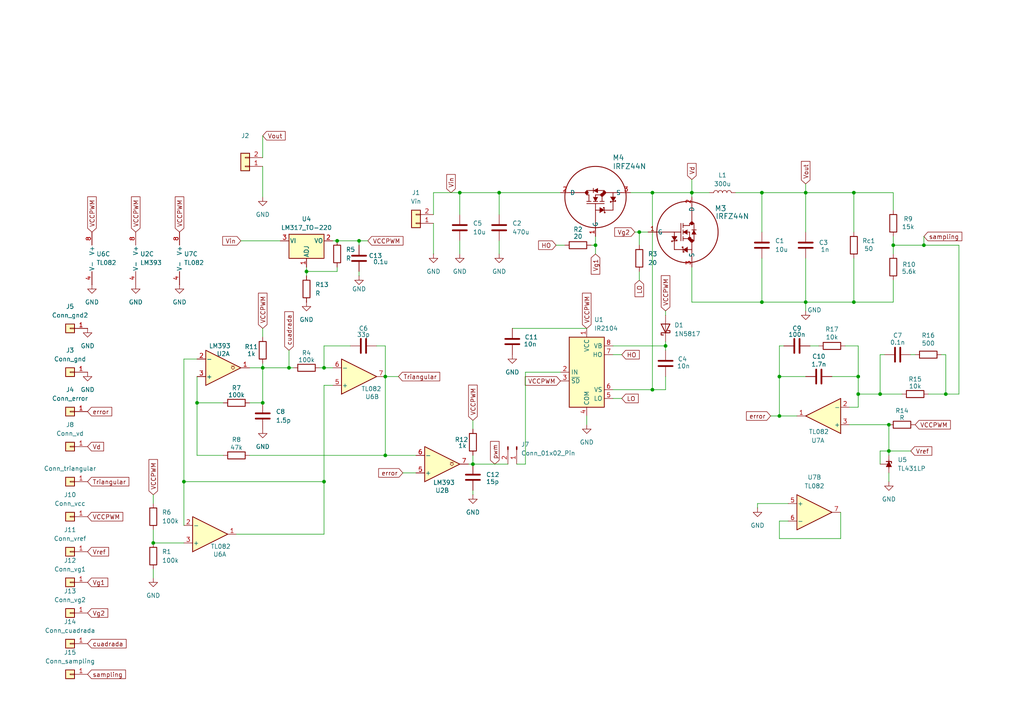
<source format=kicad_sch>
(kicad_sch (version 20250114) (generator "eeschema") (generator_version "9.0")
  (paper "A4")
  (lib_symbols
    (symbol "2025-06-13_22-28-41:IRFZ44N_127" (pin_names (offset 0.254))
      (property "Reference" "MOSFET" (at 16.51 1.905 0))
      (property "Value" "IRFZ44N_127" (at 16.51 -2.54 0))
      (symbol "IRFZ44N_127_0_1"
        (polyline (pts (xy 2.54 0) (xy 9.525 0)) (stroke (width 0.2032)))
        (polyline (pts (xy 6.858 -1.27) (xy 8.382 -1.27) (xy 7.62 -2.54)) (fill (type outline)))
        (polyline (pts (xy 6.858 -2.54) (xy 6.858 -2.794)) (stroke (width 0.2032)))
        (polyline (pts (xy 6.858 -2.54) (xy 8.382 -2.54)) (stroke (width 0.2032)))
        (polyline (pts (xy 6.858 -2.794) (xy 7.112 -2.794)) (stroke (width 0.2032)))
        (polyline (pts (xy 7.62 0) (xy 7.62 -1.27)) (stroke (width 0.2032)))
        (polyline (pts (xy 7.62 -2.54) (xy 7.62 -5.08)) (stroke (width 0.2032)))
        (polyline (pts (xy 7.62 -5.08) (xy 10.16 -5.08)) (stroke (width 0.2032)))
        (polyline (pts (xy 8.382 -2.286) (xy 8.128 -2.286)) (stroke (width 0.2032)))
        (polyline (pts (xy 8.382 -2.54) (xy 8.382 -2.286)) (stroke (width 0.2032)))
        (polyline (pts (xy 9.525 -2.54) (xy 9.525 2.54)) (stroke (width 0.2032)))
        (polyline (pts (xy 9.906 -4.318) (xy 9.906 -4.572)) (stroke (width 0.2032)))
        (polyline (pts (xy 10.16 1.905) (xy 12.065 1.905)) (stroke (width 0.2032)))
        (polyline (pts (xy 10.16 1.27) (xy 10.16 2.54)) (stroke (width 0.2032)))
        (polyline (pts (xy 10.16 -0.635) (xy 10.16 0.635)) (stroke (width 0.2032)))
        (polyline (pts (xy 10.16 -1.905) (xy 12.065 -1.905)) (stroke (width 0.2032)))
        (polyline (pts (xy 10.16 -2.54) (xy 10.16 -1.27)) (stroke (width 0.2032)))
        (polyline (pts (xy 10.16 -4.318) (xy 9.906 -4.318)) (stroke (width 0.2032)))
        (polyline (pts (xy 10.16 -4.318) (xy 10.16 -5.842)) (stroke (width 0.2032)))
        (polyline (pts (xy 10.16 -5.842) (xy 10.414 -5.842)) (stroke (width 0.2032)))
        (polyline (pts (xy 10.414 -5.842) (xy 10.414 -5.588)) (stroke (width 0.2032)))
        (polyline (pts (xy 11.43 0.635) (xy 10.16 0) (xy 11.43 -0.635)) (fill (type outline)))
        (polyline (pts (xy 11.43 0) (xy 12.065 0)) (stroke (width 0.2032)))
        (circle (center 11.43 0) (radius 8.89) (stroke (width 0.254)))
        (polyline (pts (xy 11.43 -4.318) (xy 11.43 -5.842) (xy 10.16 -5.08)) (fill (type outline)))
        (polyline (pts (xy 11.43 -5.08) (xy 12.7 -5.08)) (stroke (width 0.2032)))
        (polyline (pts (xy 12.065 2.54) (xy 13.335 2.54)) (stroke (width 0.2032)))
        (polyline (pts (xy 12.065 1.905) (xy 12.065 2.54)) (stroke (width 0.2032)))
        (circle (center 12.065 -1.905) (radius 0.0254) (stroke (width 0.508)))
        (polyline (pts (xy 12.065 -2.54) (xy 12.065 0)) (stroke (width 0.2032)))
        (polyline (pts (xy 12.065 -2.54) (xy 13.335 -2.54)) (stroke (width 0.2032)))
        (polyline (pts (xy 12.7 2.54) (xy 12.7 7.62)) (stroke (width 0.2032)))
        (circle (center 12.7 2.54) (radius 0.0254) (stroke (width 0.508)))
        (circle (center 12.7 -2.54) (radius 0.0254) (stroke (width 0.508)))
        (polyline (pts (xy 12.7 -7.62) (xy 12.7 -2.54)) (stroke (width 0.2032)))
        (polyline (pts (xy 13.335 0.635) (xy 13.335 2.54)) (stroke (width 0.2032)))
        (polyline (pts (xy 13.335 -2.54) (xy 13.335 -0.635)) (stroke (width 0.2032)))
        (polyline (pts (xy 13.97 0.635) (xy 12.7 0.635)) (stroke (width 0.2032)))
        (polyline (pts (xy 13.97 -0.635) (xy 12.7 -0.635) (xy 13.335 0.635)) (fill (type outline)))
        (pin unspecified line (at 0 0 0) (length 2.54) (name "G") (number "1"))
        (pin unspecified line (at 12.7 10.16 270) (length 2.54) (name "D") (number "2"))
        (pin unspecified line (at 12.7 -10.16 90) (length 2.54) (name "S") (number "3"))
      )
    )
    (symbol "Amplifier_Operational:TL082" (pin_names (offset 0.127))
      (property "Reference" "U" (at 0 5.08 0))
      (property "Value" "TL082" (at 0 -5.08 0))
      (symbol "TL082_1_1"
        (polyline (pts (xy -5.08 5.08) (xy 5.08 0) (xy -5.08 -5.08) (xy -5.08 5.08)) (stroke (width 0.254)) (fill (type background)))
        (pin input line (at -7.62 2.54 0) (length 2.54) (name "+") (number "3"))
        (pin input line (at -7.62 -2.54 0) (length 2.54) (name "-") (number "2"))
        (pin output line (at 7.62 0 180) (length 2.54) (name "~") (number "1"))
      )
      (symbol "TL082_2_1"
        (polyline (pts (xy -5.08 5.08) (xy 5.08 0) (xy -5.08 -5.08) (xy -5.08 5.08)) (stroke (width 0.254)) (fill (type background)))
        (pin input line (at -7.62 2.54 0) (length 2.54) (name "+") (number "5"))
        (pin input line (at -7.62 -2.54 0) (length 2.54) (name "-") (number "6"))
        (pin output line (at 7.62 0 180) (length 2.54) (name "~") (number "7"))
      )
      (symbol "TL082_3_1"
        (pin power_in line (at -2.54 7.62 270) (length 3.81) (name "V+") (number "8"))
        (pin power_in line (at -2.54 -7.62 90) (length 3.81) (name "V-") (number "4"))
      )
    )
    (symbol "Comparator:LM393" (pin_names (offset 0.127))
      (property "Reference" "U" (at 3.81 3.81 0))
      (property "Value" "LM393" (at 6.35 -3.81 0))
      (symbol "LM393_1_1"
        (polyline (pts (xy -5.08 5.08) (xy 5.08 0) (xy -5.08 -5.08) (xy -5.08 5.08)) (stroke (width 0.254)) (fill (type background)))
        (polyline (pts (xy 3.302 -0.508) (xy 2.794 -0.508) (xy 3.302 0) (xy 2.794 0.508) (xy 2.286 0) (xy 2.794 -0.508) (xy 2.286 -0.508)) (stroke (width 0.127)))
        (pin input line (at -7.62 2.54 0) (length 2.54) (name "+") (number "3"))
        (pin input line (at -7.62 -2.54 0) (length 2.54) (name "-") (number "2"))
        (pin open_collector line (at 7.62 0 180) (length 2.54) (name "~") (number "1"))
      )
      (symbol "LM393_2_1"
        (polyline (pts (xy -5.08 5.08) (xy 5.08 0) (xy -5.08 -5.08) (xy -5.08 5.08)) (stroke (width 0.254)) (fill (type background)))
        (polyline (pts (xy 3.302 -0.508) (xy 2.794 -0.508) (xy 3.302 0) (xy 2.794 0.508) (xy 2.286 0) (xy 2.794 -0.508) (xy 2.286 -0.508)) (stroke (width 0.127)))
        (pin input line (at -7.62 2.54 0) (length 2.54) (name "+") (number "5"))
        (pin input line (at -7.62 -2.54 0) (length 2.54) (name "-") (number "6"))
        (pin open_collector line (at 7.62 0 180) (length 2.54) (name "~") (number "7"))
      )
      (symbol "LM393_3_1"
        (pin power_in line (at -2.54 7.62 270) (length 3.81) (name "V+") (number "8"))
        (pin power_in line (at -2.54 -7.62 90) (length 3.81) (name "V-") (number "4"))
      )
    )
    (symbol "Connector:Conn_01x02_Pin" (pin_names (offset 1.016) (hide yes))
      (property "Reference" "J" (at 0 2.54 0))
      (property "Value" "Conn_01x02_Pin" (at 0 -5.08 0))
      (symbol "Conn_01x02_Pin_1_1"
        (rectangle (start 0.8636 0.127) (end 0 -0.127) (stroke (width 0.1524)) (fill (type outline)))
        (rectangle (start 0.8636 -2.413) (end 0 -2.667) (stroke (width 0.1524)) (fill (type outline)))
        (polyline (pts (xy 1.27 0) (xy 0.8636 0)) (stroke (width 0.1524)))
        (polyline (pts (xy 1.27 -2.54) (xy 0.8636 -2.54)) (stroke (width 0.1524)))
        (pin passive line (at 5.08 0 180) (length 3.81) (name "Pin_1") (number "1"))
        (pin passive line (at 5.08 -2.54 180) (length 3.81) (name "Pin_2") (number "2"))
      )
    )
    (symbol "Connector_Generic:Conn_01x01" (pin_names (offset 1.016) (hide yes))
      (property "Reference" "J" (at 0 2.54 0))
      (property "Value" "Conn_01x01" (at 0 -2.54 0))
      (symbol "Conn_01x01_1_1"
        (rectangle (start -1.27 1.27) (end 1.27 -1.27) (stroke (width 0.254)) (fill (type background)))
        (rectangle (start -1.27 0.127) (end 0 -0.127) (stroke (width 0.1524)))
        (pin passive line (at -5.08 0 0) (length 3.81) (name "Pin_1") (number "1"))
      )
    )
    (symbol "Connector_Generic:Conn_01x02" (pin_names (offset 1.016) (hide yes))
      (property "Reference" "J" (at 0 2.54 0))
      (property "Value" "Conn_01x02" (at 0 -5.08 0))
      (symbol "Conn_01x02_1_1"
        (rectangle (start -1.27 1.27) (end 1.27 -3.81) (stroke (width 0.254)) (fill (type background)))
        (rectangle (start -1.27 0.127) (end 0 -0.127) (stroke (width 0.1524)))
        (rectangle (start -1.27 -2.413) (end 0 -2.667) (stroke (width 0.1524)))
        (pin passive line (at -5.08 0 0) (length 3.81) (name "Pin_1") (number "1"))
        (pin passive line (at -5.08 -2.54 0) (length 3.81) (name "Pin_2") (number "2"))
      )
    )
    (symbol "Device:C" (pin_numbers (hide yes)) (pin_names (offset 0.254))
      (property "Reference" "C" (at 0.635 2.54 0))
      (property "Value" "C" (at 0.635 -2.54 0))
      (symbol "C_0_1"
        (polyline (pts (xy -2.032 0.762) (xy 2.032 0.762)) (stroke (width 0.508)))
        (polyline (pts (xy -2.032 -0.762) (xy 2.032 -0.762)) (stroke (width 0.508)))
      )
      (symbol "C_1_1"
        (pin passive line (at 0 3.81 270) (length 2.794) (name "~") (number "1"))
        (pin passive line (at 0 -3.81 90) (length 2.794) (name "~") (number "2"))
      )
    )
    (symbol "Device:L" (pin_numbers (hide yes)) (pin_names (offset 1.016) (hide yes))
      (property "Reference" "L" (at -1.27 0 90))
      (property "Value" "L" (at 1.905 0 90))
      (symbol "L_0_1"
        (arc (start 0 2.54) (mid 0.6323 1.905) (end 0 1.27))
        (arc (start 0 1.27) (mid 0.6323 0.635) (end 0 0))
        (arc (start 0 0) (mid 0.6323 -0.635) (end 0 -1.27))
        (arc (start 0 -1.27) (mid 0.6323 -1.905) (end 0 -2.54))
      )
      (symbol "L_1_1"
        (pin passive line (at 0 3.81 270) (length 1.27) (name "1") (number "1"))
        (pin passive line (at 0 -3.81 90) (length 1.27) (name "2") (number "2"))
      )
    )
    (symbol "Device:R" (pin_numbers (hide yes)) (pin_names (offset 0))
      (property "Reference" "R" (at 2.032 0 90))
      (property "Value" "R" (at 0 0 90))
      (symbol "R_0_1"
        (rectangle (start -1.016 -2.54) (end 1.016 2.54) (stroke (width 0.254)))
      )
      (symbol "R_1_1"
        (pin passive line (at 0 3.81 270) (length 1.27) (name "~") (number "1"))
        (pin passive line (at 0 -3.81 90) (length 1.27) (name "~") (number "2"))
      )
    )
    (symbol "Diode:1N5817" (pin_numbers (hide yes)) (pin_names (offset 1.016) (hide yes))
      (property "Reference" "D" (at 0 2.54 0))
      (property "Value" "1N5817" (at 0 -2.54 0))
      (symbol "1N5817_0_1"
        (polyline (pts (xy -1.905 0.635) (xy -1.905 1.27) (xy -1.27 1.27) (xy -1.27 -1.27) (xy -0.635 -1.27) (xy -0.635 -0.635)) (stroke (width 0.254)))
        (polyline (pts (xy 1.27 1.27) (xy 1.27 -1.27) (xy -1.27 0) (xy 1.27 1.27)) (stroke (width 0.254)))
        (polyline (pts (xy 1.27 0) (xy -1.27 0)))
      )
      (symbol "1N5817_1_1"
        (pin passive line (at -3.81 0 0) (length 2.54) (name "K") (number "1"))
        (pin passive line (at 3.81 0 180) (length 2.54) (name "A") (number "2"))
      )
    )
    (symbol "Driver_FET:IR2104"
      (property "Reference" "U" (at 1.27 13.335 0))
      (property "Value" "IR2104" (at 1.27 11.43 0))
      (symbol "IR2104_0_1"
        (rectangle (start -5.08 -10.16) (end 5.08 10.16) (stroke (width 0.254)) (fill (type background)))
      )
      (symbol "IR2104_1_1"
        (pin input line (at -7.62 0 0) (length 2.54) (name "IN") (number "2"))
        (pin input line (at -7.62 -2.54 0) (length 2.54) (name "~{SD}") (number "3"))
        (pin power_in line (at 0 12.7 270) (length 2.54) (name "VCC") (number "1"))
        (pin power_in line (at 0 -12.7 90) (length 2.54) (name "COM") (number "4"))
        (pin passive line (at 7.62 7.62 180) (length 2.54) (name "VB") (number "8"))
        (pin output line (at 7.62 5.08 180) (length 2.54) (name "HO") (number "7"))
        (pin passive line (at 7.62 -5.08 180) (length 2.54) (name "VS") (number "6"))
        (pin output line (at 7.62 -7.62 180) (length 2.54) (name "LO") (number "5"))
      )
    )
    (symbol "Reference_Voltage:TL431LP" (pin_numbers (hide yes)) (pin_names (hide yes))
      (property "Reference" "U" (at -2.54 2.54 0))
      (property "Value" "TL431LP" (at 0 -2.54 0))
      (symbol "TL431LP_0_1"
        (polyline (pts (xy -1.27 0) (xy 0 0) (xy 1.27 0)))
        (polyline (pts (xy -0.762 -0.762) (xy -0.762 0.762) (xy 0.762 0) (xy -0.762 -0.762)) (fill (type outline)))
        (polyline (pts (xy 0.254 -0.762) (xy 0.762 -0.762) (xy 0.762 0.762) (xy 0.762 0.762)) (stroke (width 0.254)))
      )
      (symbol "TL431LP_1_1"
        (pin passive line (at -2.54 0 0) (length 2.54) (name "A") (number "2"))
        (pin passive line (at 0 2.54 270) (length 2.54) (name "REF") (number "1"))
        (pin passive line (at 2.54 0 180) (length 2.54) (name "K") (number "3"))
      )
    )
    (symbol "Regulator_Linear:LM317_TO-220" (pin_names (offset 0.254))
      (property "Reference" "U" (at -3.81 3.175 0))
      (property "Value" "LM317_TO-220" (at 0 3.175 0))
      (symbol "LM317_TO-220_0_1"
        (rectangle (start -5.08 1.905) (end 5.08 -5.08) (stroke (width 0.254)) (fill (type background)))
      )
      (symbol "LM317_TO-220_1_1"
        (pin power_in line (at -7.62 0 0) (length 2.54) (name "VI") (number "3"))
        (pin input line (at 0 -7.62 90) (length 2.54) (name "ADJ") (number "1"))
        (pin power_out line (at 7.62 0 180) (length 2.54) (name "VO") (number "2"))
      )
    )
    (symbol "power:GND" (power) (pin_numbers (hide yes)) (pin_names (offset 0) (hide yes))
      (property "Value" "GND" (at 0 -3.81 0))
      (symbol "GND_0_1"
        (polyline (pts (xy 0 0) (xy 0 -1.27) (xy 1.27 -1.27) (xy 0 -2.54) (xy -1.27 -1.27) (xy 0 -1.27)))
      )
      (symbol "GND_1_1"
        (pin power_in line (at 0 0 270) (length 0) (name "~") (number "1"))
      )
    )
  )
  (junction (at 76.2 106.68))
  (junction (at 104.14 69.85))
  (junction (at 189.23 55.88))
  (junction (at 200.66 55.88))
  (junction (at 93.98 139.7))
  (junction (at 257.81 123.19))
  (junction (at 226.06 120.65))
  (junction (at 247.65 87.63))
  (junction (at 274.32 114.3))
  (junction (at 97.79 69.85))
  (junction (at 57.15 116.84))
  (junction (at 44.45 157.48))
  (junction (at 53.34 139.7))
  (junction (at 133.35 55.88))
  (junction (at 233.68 55.88))
  (junction (at 93.98 106.68))
  (junction (at 233.68 87.63))
  (junction (at 248.92 114.3))
  (junction (at 257.81 130.81))
  (junction (at 255.27 114.3))
  (junction (at 226.06 109.22))
  (junction (at 185.42 67.31))
  (junction (at 259.08 71.12))
  (junction (at 137.16 134.62))
  (junction (at 88.9 78.74))
  (junction (at 248.92 109.22))
  (junction (at 111.76 132.08))
  (junction (at 220.98 55.88))
  (junction (at 111.76 109.22))
  (junction (at 189.23 113.03))
  (junction (at 172.72 71.12))
  (junction (at 267.97 71.12))
  (junction (at 193.04 100.33))
  (junction (at 247.65 55.88))
  (junction (at 144.78 55.88))
  (junction (at 83.82 106.68))
  (junction (at 220.98 87.63))
  (junction (at 76.2 116.84))
  (wire (pts (xy 93.98 111.76) (xy 93.98 139.7)))
  (wire (pts (xy 137.16 121.92) (xy 137.16 124.46)))
  (wire (pts (xy 226.06 109.22) (xy 233.68 109.22)))
  (wire (pts (xy 243.84 156.21) (xy 243.84 148.59)))
  (wire (pts (xy 144.78 69.85) (xy 144.78 73.66)))
  (wire (pts (xy 193.04 100.33) (xy 193.04 101.6)))
  (wire (pts (xy 133.35 55.88) (xy 144.78 55.88)))
  (wire (pts (xy 220.98 55.88) (xy 220.98 67.31)))
  (wire (pts (xy 247.65 74.93) (xy 247.65 87.63)))
  (wire (pts (xy 247.65 55.88) (xy 247.65 67.31)))
  (wire (pts (xy 72.39 106.68) (xy 76.2 106.68)))
  (wire (pts (xy 226.06 109.22) (xy 226.06 120.65)))
  (wire (pts (xy 72.39 132.08) (xy 111.76 132.08)))
  (wire (pts (xy 278.13 71.12) (xy 278.13 114.3)))
  (wire (pts (xy 53.34 104.14) (xy 57.15 104.14)))
  (wire (pts (xy 233.68 55.88) (xy 233.68 67.31)))
  (wire (pts (xy 257.81 123.19) (xy 246.38 123.19)))
  (wire (pts (xy 133.35 55.88) (xy 133.35 62.23)))
  (wire (pts (xy 273.05 102.87) (xy 274.32 102.87)))
  (wire (pts (xy 220.98 87.63) (xy 200.66 87.63)))
  (wire (pts (xy 57.15 109.22) (xy 57.15 116.84)))
  (wire (pts (xy 93.98 111.76) (xy 96.52 111.76)))
  (wire (pts (xy 267.97 68.58) (xy 267.97 71.12)))
  (wire (pts (xy 44.45 157.48) (xy 53.34 157.48)))
  (wire (pts (xy 111.76 109.22) (xy 115.57 109.22)))
  (wire (pts (xy 193.04 90.17) (xy 193.04 91.44)))
  (wire (pts (xy 248.92 100.33) (xy 245.11 100.33)))
  (wire (pts (xy 76.2 105.41) (xy 76.2 106.68)))
  (wire (pts (xy 88.9 78.74) (xy 88.9 80.01)))
  (wire (pts (xy 109.22 100.33) (xy 111.76 100.33)))
  (wire (pts (xy 226.06 120.65) (xy 223.52 120.65)))
  (wire (pts (xy 57.15 116.84) (xy 57.15 132.08)))
  (wire (pts (xy 68.58 154.94) (xy 93.98 154.94)))
  (wire (pts (xy 76.2 106.68) (xy 76.2 116.84)))
  (wire (pts (xy 171.45 71.12) (xy 172.72 71.12)))
  (wire (pts (xy 234.95 100.33) (xy 237.49 100.33)))
  (wire (pts (xy 259.08 68.58) (xy 259.08 71.12)))
  (wire (pts (xy 255.27 134.62) (xy 255.27 130.81)))
  (wire (pts (xy 189.23 55.88) (xy 200.66 55.88)))
  (wire (pts (xy 152.4 107.95) (xy 162.56 107.95)))
  (wire (pts (xy 259.08 71.12) (xy 267.97 71.12)))
  (wire (pts (xy 161.29 71.12) (xy 163.83 71.12)))
  (wire (pts (xy 137.16 134.62) (xy 147.32 134.62)))
  (wire (pts (xy 116.84 137.16) (xy 120.65 137.16)))
  (wire (pts (xy 76.2 106.68) (xy 83.82 106.68)))
  (wire (pts (xy 106.68 69.85) (xy 104.14 69.85)))
  (wire (pts (xy 259.08 55.88) (xy 259.08 60.96)))
  (wire (pts (xy 233.68 55.88) (xy 247.65 55.88)))
  (wire (pts (xy 144.78 55.88) (xy 162.56 55.88)))
  (wire (pts (xy 248.92 109.22) (xy 241.3 109.22)))
  (wire (pts (xy 226.06 100.33) (xy 227.33 100.33)))
  (wire (pts (xy 259.08 71.12) (xy 259.08 73.66)))
  (wire (pts (xy 200.66 52.07) (xy 200.66 55.88)))
  (wire (pts (xy 274.32 102.87) (xy 274.32 114.3)))
  (wire (pts (xy 247.65 55.88) (xy 259.08 55.88)))
  (wire (pts (xy 233.68 87.63) (xy 247.65 87.63)))
  (wire (pts (xy 226.06 156.21) (xy 243.84 156.21)))
  (wire (pts (xy 267.97 71.12) (xy 278.13 71.12)))
  (wire (pts (xy 189.23 113.03) (xy 193.04 113.03)))
  (wire (pts (xy 69.85 69.85) (xy 81.28 69.85)))
  (wire (pts (xy 269.24 114.3) (xy 274.32 114.3)))
  (wire (pts (xy 228.6 151.13) (xy 226.06 151.13)))
  (wire (pts (xy 76.2 57.15) (xy 76.2 48.26)))
  (wire (pts (xy 220.98 87.63) (xy 233.68 87.63)))
  (wire (pts (xy 125.73 55.88) (xy 125.73 62.23)))
  (wire (pts (xy 185.42 67.31) (xy 187.96 67.31)))
  (wire (pts (xy 144.78 55.88) (xy 144.78 62.23)))
  (wire (pts (xy 149.86 134.62) (xy 152.4 134.62)))
  (wire (pts (xy 200.66 55.88) (xy 205.74 55.88)))
  (wire (pts (xy 257.81 130.81) (xy 257.81 132.08)))
  (wire (pts (xy 264.16 102.87) (xy 265.43 102.87)))
  (wire (pts (xy 185.42 67.31) (xy 185.42 71.12)))
  (wire (pts (xy 255.27 102.87) (xy 255.27 114.3)))
  (wire (pts (xy 93.98 100.33) (xy 93.98 106.68)))
  (wire (pts (xy 180.34 115.57) (xy 177.8 115.57)))
  (wire (pts (xy 220.98 55.88) (xy 233.68 55.88)))
  (wire (pts (xy 135.89 134.62) (xy 137.16 134.62)))
  (wire (pts (xy 256.54 102.87) (xy 255.27 102.87)))
  (wire (pts (xy 248.92 109.22) (xy 248.92 114.3)))
  (wire (pts (xy 177.8 113.03) (xy 189.23 113.03)))
  (wire (pts (xy 44.45 143.51) (xy 44.45 146.05)))
  (wire (pts (xy 44.45 153.67) (xy 44.45 157.48)))
  (wire (pts (xy 257.81 130.81) (xy 264.16 130.81)))
  (wire (pts (xy 228.6 146.05) (xy 219.71 146.05)))
  (wire (pts (xy 57.15 116.84) (xy 64.77 116.84)))
  (wire (pts (xy 93.98 100.33) (xy 101.6 100.33)))
  (wire (pts (xy 177.8 100.33) (xy 193.04 100.33)))
  (wire (pts (xy 137.16 132.08) (xy 137.16 134.62)))
  (wire (pts (xy 92.71 106.68) (xy 93.98 106.68)))
  (wire (pts (xy 57.15 132.08) (xy 64.77 132.08)))
  (wire (pts (xy 248.92 114.3) (xy 255.27 114.3)))
  (wire (pts (xy 226.06 100.33) (xy 226.06 109.22)))
  (wire (pts (xy 231.14 120.65) (xy 226.06 120.65)))
  (wire (pts (xy 248.92 114.3) (xy 248.92 118.11)))
  (wire (pts (xy 255.27 130.81) (xy 257.81 130.81)))
  (wire (pts (xy 200.66 77.47) (xy 200.66 87.63)))
  (wire (pts (xy 180.34 102.87) (xy 177.8 102.87)))
  (wire (pts (xy 247.65 87.63) (xy 259.08 87.63)))
  (wire (pts (xy 193.04 99.06) (xy 193.04 100.33)))
  (wire (pts (xy 72.39 116.84) (xy 76.2 116.84)))
  (wire (pts (xy 185.42 78.74) (xy 185.42 81.28)))
  (wire (pts (xy 189.23 55.88) (xy 189.23 113.03)))
  (wire (pts (xy 233.68 87.63) (xy 233.68 74.93)))
  (wire (pts (xy 125.73 73.66) (xy 125.73 64.77)))
  (wire (pts (xy 96.52 69.85) (xy 97.79 69.85)))
  (wire (pts (xy 53.34 139.7) (xy 93.98 139.7)))
  (wire (pts (xy 170.18 123.19) (xy 170.18 120.65)))
  (wire (pts (xy 76.2 95.25) (xy 76.2 97.79)))
  (wire (pts (xy 88.9 78.74) (xy 97.79 78.74)))
  (wire (pts (xy 104.14 80.01) (xy 104.14 78.74)))
  (wire (pts (xy 96.52 106.68) (xy 93.98 106.68)))
  (wire (pts (xy 193.04 109.22) (xy 193.04 113.03)))
  (wire (pts (xy 248.92 100.33) (xy 248.92 109.22)))
  (wire (pts (xy 76.2 39.37) (xy 76.2 45.72)))
  (wire (pts (xy 137.16 143.51) (xy 137.16 142.24)))
  (wire (pts (xy 246.38 118.11) (xy 248.92 118.11)))
  (wire (pts (xy 220.98 74.93) (xy 220.98 87.63)))
  (wire (pts (xy 182.88 55.88) (xy 189.23 55.88)))
  (wire (pts (xy 148.59 95.25) (xy 170.18 95.25)))
  (wire (pts (xy 213.36 55.88) (xy 220.98 55.88)))
  (wire (pts (xy 184.15 67.31) (xy 185.42 67.31)))
  (wire (pts (xy 219.71 146.05) (xy 219.71 147.32)))
  (wire (pts (xy 111.76 132.08) (xy 120.65 132.08)))
  (wire (pts (xy 133.35 69.85) (xy 133.35 73.66)))
  (wire (pts (xy 226.06 151.13) (xy 226.06 156.21)))
  (wire (pts (xy 255.27 114.3) (xy 261.62 114.3)))
  (wire (pts (xy 257.81 123.19) (xy 257.81 130.81)))
  (wire (pts (xy 172.72 73.66) (xy 172.72 71.12)))
  (wire (pts (xy 259.08 81.28) (xy 259.08 87.63)))
  (wire (pts (xy 44.45 165.1) (xy 44.45 167.64)))
  (wire (pts (xy 93.98 139.7) (xy 93.98 154.94)))
  (wire (pts (xy 133.35 55.88) (xy 125.73 55.88)))
  (wire (pts (xy 233.68 87.63) (xy 233.68 90.17)))
  (wire (pts (xy 172.72 71.12) (xy 172.72 68.58)))
  (wire (pts (xy 257.81 139.7) (xy 257.81 137.16)))
  (wire (pts (xy 53.34 139.7) (xy 53.34 104.14)))
  (wire (pts (xy 274.32 114.3) (xy 278.13 114.3)))
  (wire (pts (xy 233.68 53.34) (xy 233.68 55.88)))
  (wire (pts (xy 83.82 106.68) (xy 85.09 106.68)))
  (wire (pts (xy 83.82 101.6) (xy 83.82 106.68)))
  (wire (pts (xy 53.34 139.7) (xy 53.34 152.4)))
  (wire (pts (xy 200.66 55.88) (xy 200.66 57.15)))
  (wire (pts (xy 111.76 100.33) (xy 111.76 109.22)))
  (wire (pts (xy 97.79 78.74) (xy 97.79 77.47)))
  (wire (pts (xy 88.9 77.47) (xy 88.9 78.74)))
  (wire (pts (xy 111.76 109.22) (xy 111.76 132.08)))
  (wire (pts (xy 97.79 69.85) (xy 104.14 69.85)))
  (wire (pts (xy 152.4 107.95) (xy 152.4 134.62)))
  (wire (pts (xy 104.14 71.12) (xy 104.14 69.85)))
  (global_label "Vref" (shape input) (at 25.4 160.02 0) (property "Intersheetrefs" "${INTERSHEET_REFS}" (effects (hide yes))))
  (global_label "VCCPWM" (shape input) (at 265.43 123.19 0) (property "Intersheetrefs" "${INTERSHEET_REFS}" (effects (hide yes))))
  (global_label "sampling" (shape input) (at 25.4 195.58 0) (property "Intersheetrefs" "${INTERSHEET_REFS}" (effects (hide yes))))
  (global_label "HO" (shape input) (at 161.29 71.12 180) (property "Intersheetrefs" "${INTERSHEET_REFS}" (effects (hide yes))))
  (global_label "VCCPWM" (shape input) (at 193.04 90.17 90) (property "Intersheetrefs" "${INTERSHEET_REFS}" (effects (hide yes))))
  (global_label "Vout" (shape input) (at 233.68 53.34 90) (property "Intersheetrefs" "${INTERSHEET_REFS}" (effects (hide yes))))
  (global_label "VCCPWM" (shape input) (at 162.56 110.49 180) (property "Intersheetrefs" "${INTERSHEET_REFS}" (effects (hide yes))))
  (global_label "VCCPWM" (shape input) (at 52.07 67.31 90) (property "Intersheetrefs" "${INTERSHEET_REFS}" (effects (hide yes))))
  (global_label "sampling" (shape input) (at 267.97 68.58 0) (property "Intersheetrefs" "${INTERSHEET_REFS}" (effects (hide yes))))
  (global_label "VCCPWM" (shape input) (at 170.18 95.25 90) (property "Intersheetrefs" "${INTERSHEET_REFS}" (effects (hide yes))))
  (global_label "Vd" (shape input) (at 25.4 129.54 0) (property "Intersheetrefs" "${INTERSHEET_REFS}" (effects (hide yes))))
  (global_label "LO" (shape input) (at 180.34 115.57 0) (property "Intersheetrefs" "${INTERSHEET_REFS}" (effects (hide yes))))
  (global_label "Vg2" (shape input) (at 25.4 177.8 0) (property "Intersheetrefs" "${INTERSHEET_REFS}" (effects (hide yes))))
  (global_label "error" (shape input) (at 25.4 119.38 0) (property "Intersheetrefs" "${INTERSHEET_REFS}" (effects (hide yes))))
  (global_label "cuadrada" (shape input) (at 25.4 186.69 0) (property "Intersheetrefs" "${INTERSHEET_REFS}" (effects (hide yes))))
  (global_label "Vd" (shape input) (at 200.66 52.07 90) (property "Intersheetrefs" "${INTERSHEET_REFS}" (effects (hide yes))))
  (global_label "Vg1" (shape input) (at 172.72 73.66 270) (property "Intersheetrefs" "${INTERSHEET_REFS}" (effects (hide yes))))
  (global_label "VCCPWM" (shape input) (at 137.16 121.92 90) (property "Intersheetrefs" "${INTERSHEET_REFS}" (effects (hide yes))))
  (global_label "Triangular" (shape input) (at 25.4 139.7 0) (property "Intersheetrefs" "${INTERSHEET_REFS}" (effects (hide yes))))
  (global_label "Vin" (shape input) (at 130.81 55.88 90) (property "Intersheetrefs" "${INTERSHEET_REFS}" (effects (hide yes))))
  (global_label "VCCPWM" (shape input) (at 76.2 95.25 90) (property "Intersheetrefs" "${INTERSHEET_REFS}" (effects (hide yes))))
  (global_label "HO" (shape input) (at 180.34 102.87 0) (property "Intersheetrefs" "${INTERSHEET_REFS}" (effects (hide yes))))
  (global_label "VCCPWM" (shape input) (at 26.67 67.31 90) (property "Intersheetrefs" "${INTERSHEET_REFS}" (effects (hide yes))))
  (global_label "VCCPWM" (shape input) (at 25.4 149.86 0) (property "Intersheetrefs" "${INTERSHEET_REFS}" (effects (hide yes))))
  (global_label "pwm" (shape input) (at 143.51 134.62 90) (property "Intersheetrefs" "${INTERSHEET_REFS}" (effects (hide yes))))
  (global_label "Vg2" (shape input) (at 184.15 67.31 180) (property "Intersheetrefs" "${INTERSHEET_REFS}" (effects (hide yes))))
  (global_label "Vref" (shape input) (at 264.16 130.81 0) (property "Intersheetrefs" "${INTERSHEET_REFS}" (effects (hide yes))))
  (global_label "VCCPWM" (shape input) (at 44.45 143.51 90) (property "Intersheetrefs" "${INTERSHEET_REFS}" (effects (hide yes))))
  (global_label "LO" (shape input) (at 185.42 81.28 270) (property "Intersheetrefs" "${INTERSHEET_REFS}" (effects (hide yes))))
  (global_label "Triangular" (shape input) (at 115.57 109.22 0) (property "Intersheetrefs" "${INTERSHEET_REFS}" (effects (hide yes))))
  (global_label "error" (shape input) (at 116.84 137.16 180) (property "Intersheetrefs" "${INTERSHEET_REFS}" (effects (hide yes))))
  (global_label "error" (shape input) (at 223.52 120.65 180) (property "Intersheetrefs" "${INTERSHEET_REFS}" (effects (hide yes))))
  (global_label "Vout" (shape input) (at 76.2 39.37 0) (property "Intersheetrefs" "${INTERSHEET_REFS}" (effects (hide yes))))
  (global_label "Vg1" (shape input) (at 25.4 168.91 0) (property "Intersheetrefs" "${INTERSHEET_REFS}" (effects (hide yes))))
  (global_label "Vin" (shape input) (at 69.85 69.85 180) (property "Intersheetrefs" "${INTERSHEET_REFS}" (effects (hide yes))))
  (global_label "VCCPWM" (shape input) (at 106.68 69.85 0) (property "Intersheetrefs" "${INTERSHEET_REFS}" (effects (hide yes))))
  (global_label "VCCPWM" (shape input) (at 39.37 67.31 90) (property "Intersheetrefs" "${INTERSHEET_REFS}" (effects (hide yes))))
  (global_label "cuadrada" (shape input) (at 83.82 101.6 90) (property "Intersheetrefs" "${INTERSHEET_REFS}" (effects (hide yes))))
  (symbol (lib_id "Device:R") (at 185.42 74.93 180) (unit 1)
    (property "Reference" "R3" (at 187.96 73.6599 0) (effects (justify right)))
    (property "Value" "20" (at 187.96 76.1999 0) (effects (justify right)))
    (property "Footprint" "Resistor_THT:R_Axial_DIN0204_L3.6mm_D1.6mm_P7.62mm_Horizontal" (effects (hide yes)))
    (property "Description" "Resistor" (effects (hide yes)))
  )
  (symbol (lib_id "Device:C") (at 104.14 74.93 0) (unit 1)
    (property "Reference" "C13" (at 106.934 74.168 0) (effects (justify left)))
    (property "Value" "0.1u" (at 108.204 75.946 0) (effects (justify left)))
    (property "Footprint" "Capacitor_THT:C_Disc_D4.3mm_W1.9mm_P5.00mm" (effects (hide yes)))
    (property "Description" "Unpolarized capacitor" (effects (hide yes)))
  )
  (symbol (lib_id "Connector_Generic:Conn_01x01") (at 20.32 149.86 180) (unit 1)
    (property "Reference" "J10" (at 20.32 143.51 0))
    (property "Value" "Conn_vcc" (at 20.32 146.05 0))
    (property "Footprint" "Connector_PinHeader_2.54mm:PinHeader_1x01_P2.54mm_Vertical" (effects (hide yes)))
    (property "Description" "Generic connector, single row, 01x01, script generated (kicad-library-utils/schlib/autogen/connector/)" (effects (hide yes)))
  )
  (symbol (lib_id "2025-06-13_22-28-41:IRFZ44N_127") (at 187.96 67.31 0) (unit 1)
    (property "Reference" "M3" (at 207.264 60.452 0) (effects (font (size 1.524 1.524)) (justify left)))
    (property "Value" "IRFZ44N" (at 207.518 62.738 0) (effects (font (size 1.524 1.524)) (justify left)))
    (property "Footprint" "Package_TO_SOT_THT:TO-220-3_Vertical" (effects (hide yes)))
    (property "Datasheet" "IRFZ44N_127" (effects (hide yes)))
  )
  (symbol (lib_id "Diode:1N5817") (at 193.04 95.25 90) (unit 1)
    (property "Reference" "D1" (at 195.58 94.2974 90) (effects (justify right)))
    (property "Value" "1N5817" (at 195.58 96.8374 90) (effects (justify right)))
    (property "Footprint" "Diode_THT:D_DO-41_SOD81_P10.16mm_Horizontal" (effects (hide yes)))
    (property "Datasheet" "http://www.vishay.com/docs/88525/1n5817.pdf" (effects (hide yes)))
    (property "Description" "20V 1A Schottky Barrier Rectifier Diode, DO-41" (effects (hide yes)))
  )
  (symbol (lib_id "Device:R") (at 265.43 114.3 90) (unit 1)
    (property "Reference" "R15" (at 265.43 109.982 90))
    (property "Value" "10k" (at 265.43 112.014 90))
    (property "Footprint" "Resistor_THT:R_Axial_DIN0204_L3.6mm_D1.6mm_P7.62mm_Horizontal" (effects (hide yes)))
    (property "Description" "Resistor" (effects (hide yes)))
  )
  (symbol (lib_id "Connector_Generic:Conn_01x01") (at 20.32 95.25 180) (unit 1)
    (property "Reference" "J5" (at 20.32 88.9 0))
    (property "Value" "Conn_gnd2" (at 20.32 91.44 0))
    (property "Footprint" "Connector_PinHeader_2.54mm:PinHeader_1x01_P2.54mm_Vertical" (effects (hide yes)))
    (property "Description" "Generic connector, single row, 01x01, script generated (kicad-library-utils/schlib/autogen/connector/)" (effects (hide yes)))
  )
  (symbol (lib_id "Comparator:LM393") (at 64.77 106.68 0) (mirror x) (unit 1)
    (property "Reference" "U2" (at 64.77 102.616 0))
    (property "Value" "LM393" (at 63.754 100.33 0))
    (property "Footprint" "Package_DIP:DIP-8_W7.62mm" (effects (hide yes)))
    (property "Datasheet" "http://www.ti.com/lit/ds/symlink/lm393.pdf" (effects (hide yes)))
    (property "Description" "Low-Power, Low-Offset Voltage, Dual Comparators, DIP-8/SOIC-8/TO-99-8" (effects (hide yes)))
  )
  (symbol (lib_id "Connector_Generic:Conn_01x01") (at 20.32 107.95 180) (unit 1)
    (property "Reference" "J3" (at 20.32 101.6 0))
    (property "Value" "Conn_gnd" (at 20.32 104.14 0))
    (property "Footprint" "Connector_PinHeader_2.54mm:PinHeader_1x01_P2.54mm_Vertical" (effects (hide yes)))
    (property "Description" "Generic connector, single row, 01x01, script generated (kicad-library-utils/schlib/autogen/connector/)" (effects (hide yes)))
  )
  (symbol (lib_id "Device:C") (at 233.68 71.12 0) (unit 1)
    (property "Reference" "C3" (at 237.49 70.358 0) (effects (justify left)))
    (property "Value" "1n" (at 237.998 72.39 0) (effects (justify left)))
    (property "Footprint" "Capacitor_THT:C_Disc_D4.3mm_W1.9mm_P5.00mm" (effects (hide yes)))
    (property "Description" "Unpolarized capacitor" (effects (hide yes)))
  )
  (symbol (lib_id "2025-06-13_22-28-41:IRFZ44N_127") (at 172.72 68.58 90) (unit 1)
    (property "Reference" "M4" (at 181.102 45.72 90) (effects (font (size 1.524 1.524)) (justify left)))
    (property "Value" "IRFZ44N" (at 187.452 48.26 90) (effects (font (size 1.524 1.524)) (justify left)))
    (property "Footprint" "Package_TO_SOT_THT:TO-220-3_Vertical" (effects (hide yes)))
    (property "Datasheet" "IRFZ44N_127" (effects (hide yes)))
  )
  (symbol (lib_id "Device:R") (at 76.2 101.6 180) (unit 1)
    (property "Reference" "R11" (at 72.898 100.584 0))
    (property "Value" "1k" (at 72.898 102.616 0))
    (property "Footprint" "Resistor_THT:R_Axial_DIN0204_L3.6mm_D1.6mm_P7.62mm_Horizontal" (effects (hide yes)))
    (property "Description" "Resistor" (effects (hide yes)))
  )
  (symbol (lib_id "Amplifier_Operational:TL082") (at 236.22 148.59 0) (unit 2)
    (property "Reference" "U7" (at 236.22 138.43 0))
    (property "Value" "TL082" (at 236.22 140.97 0))
    (property "Footprint" "Package_DIP:DIP-8_W7.62mm" (effects (hide yes)))
    (property "Datasheet" "http://www.ti.com/lit/ds/symlink/tl081.pdf" (effects (hide yes)))
    (property "Description" "Dual JFET-Input Operational Amplifiers, DIP-8/SOIC-8/SSOP-8" (effects (hide yes)))
  )
  (symbol (lib_id "Driver_FET:IR2104") (at 170.18 107.95 0) (unit 1)
    (property "Reference" "U1" (at 172.3233 92.71 0) (effects (justify left)))
    (property "Value" "IR2104" (at 172.3233 95.25 0) (effects (justify left)))
    (property "Footprint" "Package_DIP:DIP-8_W7.62mm" (effects (hide yes)))
    (property "Datasheet" "https://www.infineon.com/dgdl/ir2104.pdf?fileId=5546d462533600a4015355c7c1c31671" (effects (hide yes)))
    (property "Description" "Half-Bridge Driver, 600V, 210/360mA, PDIP-8/SOIC-8" (effects (hide yes)))
  )
  (symbol (lib_id "power:GND") (at 233.68 90.17 0) (unit 1)
    (property "Reference" "#PWR014" (effects (hide yes)))
    (property "Value" "GND" (at 236.22 89.916 0))
    (property "Description" "Power symbol creates a global label with name \"GND\" , ground" (effects (hide yes)))
  )
  (symbol (lib_id "Device:C") (at 76.2 120.65 0) (unit 1)
    (property "Reference" "C8" (at 80.01 119.3799 0) (effects (justify left)))
    (property "Value" "1.5p" (at 80.01 121.9199 0) (effects (justify left)))
    (property "Footprint" "Capacitor_THT:C_Disc_D4.3mm_W1.9mm_P5.00mm" (effects (hide yes)))
    (property "Description" "Unpolarized capacitor" (effects (hide yes)))
  )
  (symbol (lib_id "power:GND") (at 144.78 73.66 0) (unit 1)
    (property "Reference" "#PWR013" (effects (hide yes)))
    (property "Value" "GND" (at 144.78 78.74 0))
    (property "Description" "Power symbol creates a global label with name \"GND\" , ground" (effects (hide yes)))
  )
  (symbol (lib_id "Device:C") (at 193.04 105.41 0) (unit 1)
    (property "Reference" "C4" (at 196.596 104.14 0) (effects (justify left)))
    (property "Value" "10n" (at 196.342 106.172 0) (effects (justify left)))
    (property "Footprint" "Capacitor_THT:C_Disc_D4.3mm_W1.9mm_P5.00mm" (effects (hide yes)))
    (property "Description" "Unpolarized capacitor" (effects (hide yes)))
  )
  (symbol (lib_id "power:GND") (at 44.45 167.64 0) (unit 1)
    (property "Reference" "#PWR01" (effects (hide yes)))
    (property "Value" "GND" (at 44.45 172.72 0))
    (property "Description" "Power symbol creates a global label with name \"GND\" , ground" (effects (hide yes)))
  )
  (symbol (lib_id "Connector_Generic:Conn_01x01") (at 20.32 129.54 180) (unit 1)
    (property "Reference" "J8" (at 20.32 123.19 0))
    (property "Value" "Conn_vd" (at 20.32 125.73 0))
    (property "Footprint" "Connector_PinHeader_2.54mm:PinHeader_1x01_P2.54mm_Vertical" (effects (hide yes)))
    (property "Description" "Generic connector, single row, 01x01, script generated (kicad-library-utils/schlib/autogen/connector/)" (effects (hide yes)))
  )
  (symbol (lib_id "Amplifier_Operational:TL082") (at 60.96 154.94 0) (mirror x) (unit 1)
    (property "Reference" "U6" (at 63.754 160.782 0))
    (property "Value" "TL082" (at 64.008 158.496 0))
    (property "Footprint" "Package_DIP:DIP-8_W7.62mm" (effects (hide yes)))
    (property "Datasheet" "http://www.ti.com/lit/ds/symlink/tl081.pdf" (effects (hide yes)))
    (property "Description" "Dual JFET-Input Operational Amplifiers, DIP-8/SOIC-8/SSOP-8" (effects (hide yes)))
  )
  (symbol (lib_id "Device:R") (at 44.45 161.29 0) (unit 1)
    (property "Reference" "R1" (at 46.99 160.0199 0) (effects (justify left)))
    (property "Value" "100k" (at 46.99 162.5599 0) (effects (justify left)))
    (property "Footprint" "Resistor_THT:R_Axial_DIN0204_L3.6mm_D1.6mm_P7.62mm_Horizontal" (effects (hide yes)))
    (property "Description" "Resistor" (effects (hide yes)))
  )
  (symbol (lib_id "Amplifier_Operational:TL082") (at 238.76 120.65 180) (unit 1)
    (property "Reference" "U7" (at 237.236 127.762 0))
    (property "Value" "TL082" (at 237.49 125.222 0))
    (property "Footprint" "Package_DIP:DIP-8_W7.62mm" (effects (hide yes)))
    (property "Datasheet" "http://www.ti.com/lit/ds/symlink/tl081.pdf" (effects (hide yes)))
    (property "Description" "Dual JFET-Input Operational Amplifiers, DIP-8/SOIC-8/SSOP-8" (effects (hide yes)))
  )
  (symbol (lib_id "Connector_Generic:Conn_01x01") (at 20.32 160.02 180) (unit 1)
    (property "Reference" "J11" (at 20.32 153.67 0))
    (property "Value" "Conn_vref" (at 20.32 156.21 0))
    (property "Footprint" "Connector_PinHeader_2.54mm:PinHeader_1x01_P2.54mm_Vertical" (effects (hide yes)))
    (property "Description" "Generic connector, single row, 01x01, script generated (kicad-library-utils/schlib/autogen/connector/)" (effects (hide yes)))
  )
  (symbol (lib_id "Amplifier_Operational:TL082") (at 54.61 74.93 0) (unit 3)
    (property "Reference" "U7" (at 53.34 73.6599 0) (effects (justify left)))
    (property "Value" "TL082" (at 53.34 76.1999 0) (effects (justify left)))
    (property "Footprint" "Package_DIP:DIP-8_W7.62mm" (effects (hide yes)))
    (property "Datasheet" "http://www.ti.com/lit/ds/symlink/tl081.pdf" (effects (hide yes)))
    (property "Description" "Dual JFET-Input Operational Amplifiers, DIP-8/SOIC-8/SSOP-8" (effects (hide yes)))
  )
  (symbol (lib_id "power:GND") (at 148.59 102.87 0) (unit 1)
    (property "Reference" "#PWR019" (effects (hide yes)))
    (property "Value" "GND" (at 148.59 107.95 0))
    (property "Description" "Power symbol creates a global label with name \"GND\" , ground" (effects (hide yes)))
  )
  (symbol (lib_id "Device:C") (at 231.14 100.33 90) (unit 1)
    (property "Reference" "C9" (at 231.14 95.25 90))
    (property "Value" "100n" (at 231.14 97.028 90))
    (property "Footprint" "Capacitor_THT:C_Disc_D4.3mm_W1.9mm_P5.00mm" (effects (hide yes)))
    (property "Description" "Unpolarized capacitor" (effects (hide yes)))
  )
  (symbol (lib_id "Connector_Generic:Conn_01x01") (at 20.32 168.91 180) (unit 1)
    (property "Reference" "J12" (at 20.32 162.56 0))
    (property "Value" "Conn_vg1" (at 20.32 165.1 0))
    (property "Footprint" "Connector_PinHeader_2.54mm:PinHeader_1x01_P2.54mm_Vertical" (effects (hide yes)))
    (property "Description" "Generic connector, single row, 01x01, script generated (kicad-library-utils/schlib/autogen/connector/)" (effects (hide yes)))
  )
  (symbol (lib_id "power:GND") (at 76.2 57.15 0) (unit 1)
    (property "Reference" "#PWR016" (effects (hide yes)))
    (property "Value" "GND" (at 76.2 62.23 0))
    (property "Description" "Power symbol creates a global label with name \"GND\" , ground" (effects (hide yes)))
  )
  (symbol (lib_id "Regulator_Linear:LM317_TO-220") (at 88.9 69.85 0) (unit 1)
    (property "Reference" "U4" (at 88.9 63.5 0))
    (property "Value" "LM317_TO-220" (at 88.9 66.04 0))
    (property "Footprint" "Package_TO_SOT_THT:TO-220-3_Vertical" (effects (hide yes)))
    (property "Datasheet" "http://www.ti.com/lit/ds/symlink/lm317.pdf" (effects (hide yes)))
    (property "Description" "1.5A 35V Adjustable Linear Regulator, TO-220" (effects (hide yes)))
  )
  (symbol (lib_id "Connector_Generic:Conn_01x01") (at 20.32 139.7 180) (unit 1)
    (property "Reference" "J6" (effects (hide yes)))
    (property "Value" "Conn_triangular" (at 20.32 135.89 0))
    (property "Footprint" "Connector_PinHeader_2.54mm:PinHeader_1x01_P2.54mm_Vertical" (effects (hide yes)))
    (property "Description" "Generic connector, single row, 01x01, script generated (kicad-library-utils/schlib/autogen/connector/)" (effects (hide yes)))
  )
  (symbol (lib_id "Device:R") (at 68.58 132.08 90) (unit 1)
    (property "Reference" "R8" (at 68.58 127.508 90))
    (property "Value" "47k" (at 68.58 129.794 90))
    (property "Footprint" "Resistor_THT:R_Axial_DIN0204_L3.6mm_D1.6mm_P7.62mm_Horizontal" (effects (hide yes)))
    (property "Description" "Resistor" (effects (hide yes)))
  )
  (symbol (lib_id "power:GND") (at 133.35 73.66 0) (unit 1)
    (property "Reference" "#PWR011" (effects (hide yes)))
    (property "Value" "GND" (at 133.35 78.74 0))
    (property "Description" "Power symbol creates a global label with name \"GND\" , ground" (effects (hide yes)))
  )
  (symbol (lib_id "Device:R") (at 137.16 128.27 180) (unit 1)
    (property "Reference" "R12" (at 133.858 127.508 0))
    (property "Value" "1k" (at 134.112 129.286 0))
    (property "Footprint" "Resistor_THT:R_Axial_DIN0204_L3.6mm_D1.6mm_P7.62mm_Horizontal" (effects (hide yes)))
    (property "Description" "Resistor" (effects (hide yes)))
  )
  (symbol (lib_id "Device:R") (at 259.08 77.47 180) (unit 1)
    (property "Reference" "R10" (at 263.652 76.708 0))
    (property "Value" "5.6k" (at 263.652 78.74 0))
    (property "Footprint" "Resistor_THT:R_Axial_DIN0204_L3.6mm_D1.6mm_P7.62mm_Horizontal" (effects (hide yes)))
    (property "Description" "Resistor" (effects (hide yes)))
  )
  (symbol (lib_id "Device:R") (at 269.24 102.87 90) (unit 1)
    (property "Reference" "R16" (at 269.24 97.282 90))
    (property "Value" "500" (at 269.24 99.568 90))
    (property "Footprint" "Resistor_THT:R_Axial_DIN0204_L3.6mm_D1.6mm_P7.62mm_Horizontal" (effects (hide yes)))
    (property "Description" "Resistor" (effects (hide yes)))
  )
  (symbol (lib_id "Device:R") (at 97.79 73.66 180) (unit 1)
    (property "Reference" "R5" (at 100.33 72.3899 0) (effects (justify right)))
    (property "Value" "R" (at 100.33 74.9299 0) (effects (justify right)))
    (property "Footprint" "Resistor_THT:R_Axial_DIN0204_L3.6mm_D1.6mm_P7.62mm_Horizontal" (effects (hide yes)))
    (property "Description" "Resistor" (effects (hide yes)))
  )
  (symbol (lib_id "Device:C") (at 137.16 138.43 0) (unit 1)
    (property "Reference" "C12" (at 140.97 137.668 0) (effects (justify left)))
    (property "Value" "15p" (at 140.97 139.6999 0) (effects (justify left)))
    (property "Footprint" "Capacitor_THT:C_Disc_D4.3mm_W1.9mm_P5.00mm" (effects (hide yes)))
    (property "Description" "Unpolarized capacitor" (effects (hide yes)))
  )
  (symbol (lib_id "Reference_Voltage:TL431LP") (at 257.81 134.62 90) (unit 1)
    (property "Reference" "U5" (at 260.35 133.3499 90) (effects (justify right)))
    (property "Value" "TL431LP" (at 260.35 135.8899 90) (effects (justify right)))
    (property "Footprint" "Package_TO_SOT_THT:TO-92_Inline_Wide" (effects (hide yes)))
    (property "Datasheet" "http://www.ti.com/lit/ds/symlink/tl431.pdf" (effects (hide yes)))
    (property "Description" "Shunt Regulator, TO-92" (effects (hide yes)))
  )
  (symbol (lib_id "Device:C") (at 220.98 71.12 0) (unit 1)
    (property "Reference" "C1" (at 224.79 69.8499 0) (effects (justify left)))
    (property "Value" "10u" (at 224.79 72.3899 0) (effects (justify left)))
    (property "Footprint" "Capacitor_THT:C_Disc_D4.3mm_W1.9mm_P5.00mm" (effects (hide yes)))
    (property "Description" "Unpolarized capacitor" (effects (hide yes)))
  )
  (symbol (lib_id "power:GND") (at 257.81 139.7 0) (unit 1)
    (property "Reference" "#PWR09" (effects (hide yes)))
    (property "Value" "GND" (at 257.81 144.78 0))
    (property "Description" "Power symbol creates a global label with name \"GND\" , ground" (effects (hide yes)))
  )
  (symbol (lib_id "Device:L") (at 209.55 55.88 90) (unit 1)
    (property "Reference" "L1" (at 209.55 50.8 90))
    (property "Value" "300u" (at 209.55 53.34 90))
    (property "Footprint" "inductor:Untitled" (effects (hide yes)))
    (property "Description" "Inductor" (effects (hide yes)))
  )
  (symbol (lib_id "Connector_Generic:Conn_01x01") (at 20.32 186.69 180) (unit 1)
    (property "Reference" "J14" (at 20.32 180.34 0))
    (property "Value" "Conn_cuadrada" (at 20.32 182.88 0))
    (property "Footprint" "Connector_PinHeader_2.54mm:PinHeader_1x01_P2.54mm_Vertical" (effects (hide yes)))
    (property "Description" "Generic connector, single row, 01x01, script generated (kicad-library-utils/schlib/autogen/connector/)" (effects (hide yes)))
  )
  (symbol (lib_id "power:GND") (at 170.18 123.19 0) (unit 1)
    (property "Reference" "#PWR012" (effects (hide yes)))
    (property "Value" "GND" (at 170.18 128.27 0))
    (property "Description" "Power symbol creates a global label with name \"GND\" , ground" (effects (hide yes)))
  )
  (symbol (lib_id "power:GND") (at 137.16 143.51 0) (unit 1)
    (property "Reference" "#PWR02" (effects (hide yes)))
    (property "Value" "GND" (at 137.16 148.59 0))
    (property "Description" "Power symbol creates a global label with name \"GND\" , ground" (effects (hide yes)))
  )
  (symbol (lib_id "power:GND") (at 125.73 73.66 0) (unit 1)
    (property "Reference" "#PWR010" (effects (hide yes)))
    (property "Value" "GND" (at 125.73 78.74 0))
    (property "Description" "Power symbol creates a global label with name \"GND\" , ground" (effects (hide yes)))
  )
  (symbol (lib_id "Comparator:LM393") (at 41.91 74.93 0) (unit 3)
    (property "Reference" "U2" (at 40.64 73.6599 0) (effects (justify left)))
    (property "Value" "LM393" (at 40.64 76.1999 0) (effects (justify left)))
    (property "Footprint" "Package_DIP:DIP-8_W7.62mm" (effects (hide yes)))
    (property "Datasheet" "http://www.ti.com/lit/ds/symlink/lm393.pdf" (effects (hide yes)))
    (property "Description" "Low-Power, Low-Offset Voltage, Dual Comparators, DIP-8/SOIC-8/TO-99-8" (effects (hide yes)))
  )
  (symbol (lib_id "Device:C") (at 148.59 99.06 0) (unit 1)
    (property "Reference" "C11" (at 152.146 97.79 0) (effects (justify left)))
    (property "Value" "10n" (at 151.892 99.822 0) (effects (justify left)))
    (property "Footprint" "Capacitor_THT:C_Disc_D4.3mm_W1.9mm_P5.00mm" (effects (hide yes)))
    (property "Description" "Unpolarized capacitor" (effects (hide yes)))
  )
  (symbol (lib_id "Connector:Conn_01x02_Pin") (at 149.86 129.54 270) (unit 1)
    (property "Reference" "J7" (at 151.13 128.9049 90) (effects (justify left)))
    (property "Value" "Conn_01x02_Pin" (at 151.13 131.4449 90) (effects (justify left)))
    (property "Footprint" "Connector_PinHeader_2.54mm:PinHeader_1x02_P2.54mm_Vertical" (effects (hide yes)))
    (property "Description" "Generic connector, single row, 01x02, script generated" (effects (hide yes)))
  )
  (symbol (lib_id "power:GND") (at 219.71 147.32 0) (unit 1)
    (property "Reference" "#PWR018" (effects (hide yes)))
    (property "Value" "GND" (at 219.71 152.4 0))
    (property "Description" "Power symbol creates a global label with name \"GND\" , ground" (effects (hide yes)))
  )
  (symbol (lib_id "Device:R") (at 167.64 71.12 90) (unit 1)
    (property "Reference" "R2" (at 167.64 66.548 90))
    (property "Value" "20" (at 167.64 68.58 90))
    (property "Footprint" "Resistor_THT:R_Axial_DIN0204_L3.6mm_D1.6mm_P7.62mm_Horizontal" (effects (hide yes)))
    (property "Description" "Resistor" (effects (hide yes)))
  )
  (symbol (lib_id "Connector_Generic:Conn_01x01") (at 20.32 195.58 180) (unit 1)
    (property "Reference" "J15" (at 20.32 189.23 0))
    (property "Value" "Conn_sampling" (at 20.32 191.77 0))
    (property "Footprint" "Connector_PinHeader_2.54mm:PinHeader_1x01_P2.54mm_Vertical" (effects (hide yes)))
    (property "Description" "Generic connector, single row, 01x01, script generated (kicad-library-utils/schlib/autogen/connector/)" (effects (hide yes)))
  )
  (symbol (lib_id "Device:R") (at 44.45 149.86 0) (unit 1)
    (property "Reference" "R6" (at 46.99 148.5899 0) (effects (justify left)))
    (property "Value" "100k" (at 46.99 151.1299 0) (effects (justify left)))
    (property "Footprint" "Resistor_THT:R_Axial_DIN0204_L3.6mm_D1.6mm_P7.62mm_Horizontal" (effects (hide yes)))
    (property "Description" "Resistor" (effects (hide yes)))
  )
  (symbol (lib_id "power:GND") (at 25.4 107.95 0) (unit 1)
    (property "Reference" "#PWR03" (effects (hide yes)))
    (property "Value" "GND" (at 25.4 113.03 0))
    (property "Description" "Power symbol creates a global label with name \"GND\" , ground" (effects (hide yes)))
  )
  (symbol (lib_id "Connector_Generic:Conn_01x01") (at 20.32 119.38 180) (unit 1)
    (property "Reference" "J4" (at 20.32 113.03 0))
    (property "Value" "Conn_error" (at 20.32 115.57 0))
    (property "Footprint" "Connector_PinHeader_2.54mm:PinHeader_1x01_P2.54mm_Vertical" (effects (hide yes)))
    (property "Description" "Generic connector, single row, 01x01, script generated (kicad-library-utils/schlib/autogen/connector/)" (effects (hide yes)))
  )
  (symbol (lib_id "power:GND") (at 88.9 87.63 0) (unit 1)
    (property "Reference" "#PWR06" (effects (hide yes)))
    (property "Value" "GND" (at 88.9 92.71 0))
    (property "Description" "Power symbol creates a global label with name \"GND\" , ground" (effects (hide yes)))
  )
  (symbol (lib_id "power:GND") (at 104.14 80.01 0) (unit 1)
    (property "Reference" "#PWR04" (effects (hide yes)))
    (property "Value" "GND" (at 104.14 83.82 0))
    (property "Description" "Power symbol creates a global label with name \"GND\" , ground" (effects (hide yes)))
  )
  (symbol (lib_id "Amplifier_Operational:TL082") (at 29.21 74.93 0) (unit 3)
    (property "Reference" "U6" (at 27.94 73.6599 0) (effects (justify left)))
    (property "Value" "TL082" (at 27.94 76.1999 0) (effects (justify left)))
    (property "Footprint" "Package_DIP:DIP-8_W7.62mm" (effects (hide yes)))
    (property "Datasheet" "http://www.ti.com/lit/ds/symlink/tl081.pdf" (effects (hide yes)))
    (property "Description" "Dual JFET-Input Operational Amplifiers, DIP-8/SOIC-8/SSOP-8" (effects (hide yes)))
  )
  (symbol (lib_id "power:GND") (at 76.2 124.46 0) (unit 1)
    (property "Reference" "#PWR015" (effects (hide yes)))
    (property "Value" "GND" (at 76.2 129.54 0))
    (property "Description" "Power symbol creates a global label with name \"GND\" , ground" (effects (hide yes)))
  )
  (symbol (lib_id "Connector_Generic:Conn_01x02") (at 71.12 48.26 180) (unit 1)
    (property "Reference" "J2" (at 71.12 39.37 0))
    (property "Value" "Vout" (effects (hide yes)))
    (property "Footprint" "TerminalBlock_Phoenix:TerminalBlock_Phoenix_MKDS-1,5-2-5.08_1x02_P5.08mm_Horizontal" (effects (hide yes)))
    (property "Description" "Generic connector, single row, 01x02, script generated (kicad-library-utils/schlib/autogen/connector/)" (effects (hide yes)))
  )
  (symbol (lib_id "Device:C") (at 260.35 102.87 90) (unit 1)
    (property "Reference" "C7" (at 260.35 97.282 90))
    (property "Value" "0.1n" (at 260.35 99.314 90))
    (property "Footprint" "Capacitor_THT:C_Disc_D4.3mm_W1.9mm_P5.00mm" (effects (hide yes)))
    (property "Description" "Unpolarized capacitor" (effects (hide yes)))
  )
  (symbol (lib_id "Device:C") (at 105.41 100.33 90) (unit 1)
    (property "Reference" "C6" (at 105.41 95.25 90))
    (property "Value" "33p" (at 105.41 97.028 90))
    (property "Footprint" "Capacitor_THT:C_Disc_D4.3mm_W1.9mm_P5.00mm" (effects (hide yes)))
    (property "Description" "Unpolarized capacitor" (effects (hide yes)))
  )
  (symbol (lib_id "Device:R") (at 88.9 106.68 90) (unit 1)
    (property "Reference" "R4" (at 88.9 102.362 90))
    (property "Value" "100k" (at 88.9 104.394 90))
    (property "Footprint" "Potentiometer_THT:Potentiometer_Bourns_3296W_Vertical" (effects (hide yes)))
    (property "Description" "Resistor" (effects (hide yes)))
  )
  (symbol (lib_id "power:GND") (at 25.4 95.25 0) (unit 1)
    (property "Reference" "#PWR05" (effects (hide yes)))
    (property "Value" "GND" (at 25.4 100.33 0))
    (property "Description" "Power symbol creates a global label with name \"GND\" , ground" (effects (hide yes)))
  )
  (symbol (lib_id "Device:C") (at 144.78 66.04 0) (unit 1)
    (property "Reference" "C2" (at 148.59 64.7699 0) (effects (justify left)))
    (property "Value" "470u" (at 148.59 67.3099 0) (effects (justify left)))
    (property "Footprint" "Capacitor_THT:CP_Radial_D10.0mm_P5.00mm" (effects (hide yes)))
    (property "Description" "Unpolarized capacitor" (effects (hide yes)))
  )
  (symbol (lib_id "Device:R") (at 68.58 116.84 90) (unit 1)
    (property "Reference" "R7" (at 68.58 112.522 90))
    (property "Value" "100k" (at 68.58 114.554 90))
    (property "Footprint" "Resistor_THT:R_Axial_DIN0204_L3.6mm_D1.6mm_P7.62mm_Horizontal" (effects (hide yes)))
    (property "Description" "Resistor" (effects (hide yes)))
  )
  (symbol (lib_id "Device:R") (at 88.9 83.82 180) (unit 1)
    (property "Reference" "R13" (at 91.44 82.5499 0) (effects (justify right)))
    (property "Value" "R" (at 91.44 85.0899 0) (effects (justify right)))
    (property "Footprint" "Potentiometer_THT:Potentiometer_Bourns_3296W_Vertical" (effects (hide yes)))
    (property "Description" "Resistor" (effects (hide yes)))
  )
  (symbol (lib_id "power:GND") (at 52.07 82.55 0) (unit 1)
    (property "Reference" "#PWR017" (effects (hide yes)))
    (property "Value" "GND" (at 52.07 87.63 0))
    (property "Description" "Power symbol creates a global label with name \"GND\" , ground" (effects (hide yes)))
  )
  (symbol (lib_id "Device:R") (at 259.08 64.77 180) (unit 1)
    (property "Reference" "R9" (at 263.398 63.5 0))
    (property "Value" "15k" (at 263.398 65.786 0))
    (property "Footprint" "Resistor_THT:R_Axial_DIN0204_L3.6mm_D1.6mm_P7.62mm_Horizontal" (effects (hide yes)))
    (property "Description" "Resistor" (effects (hide yes)))
  )
  (symbol (lib_id "Connector_Generic:Conn_01x01") (at 20.32 177.8 180) (unit 1)
    (property "Reference" "J13" (at 20.32 171.45 0))
    (property "Value" "Conn_vg2" (at 20.32 173.99 0))
    (property "Footprint" "Connector_PinHeader_2.54mm:PinHeader_1x01_P2.54mm_Vertical" (effects (hide yes)))
    (property "Description" "Generic connector, single row, 01x01, script generated (kicad-library-utils/schlib/autogen/connector/)" (effects (hide yes)))
  )
  (symbol (lib_id "power:GND") (at 39.37 82.55 0) (unit 1)
    (property "Reference" "#PWR07" (effects (hide yes)))
    (property "Value" "GND" (at 39.37 87.63 0))
    (property "Description" "Power symbol creates a global label with name \"GND\" , ground" (effects (hide yes)))
  )
  (symbol (lib_id "Device:R") (at 261.62 123.19 90) (unit 1)
    (property "Reference" "R14" (at 261.62 119.126 90))
    (property "Value" "R" (at 261.62 121.158 90))
    (property "Footprint" "Resistor_THT:R_Axial_DIN0204_L3.6mm_D1.6mm_P7.62mm_Horizontal" (effects (hide yes)))
    (property "Description" "Resistor" (effects (hide yes)))
  )
  (symbol (lib_id "Amplifier_Operational:TL082") (at 104.14 109.22 0) (mirror x) (unit 2)
    (property "Reference" "U6" (at 107.95 115.062 0))
    (property "Value" "TL082" (at 107.696 112.776 0))
    (property "Footprint" "Package_DIP:DIP-8_W7.62mm" (effects (hide yes)))
    (property "Datasheet" "http://www.ti.com/lit/ds/symlink/tl081.pdf" (effects (hide yes)))
    (property "Description" "Dual JFET-Input Operational Amplifiers, DIP-8/SOIC-8/SSOP-8" (effects (hide yes)))
  )
  (symbol (lib_id "power:GND") (at 26.67 82.55 0) (unit 1)
    (property "Reference" "#PWR08" (effects (hide yes)))
    (property "Value" "GND" (at 26.67 87.63 0))
    (property "Description" "Power symbol creates a global label with name \"GND\" , ground" (effects (hide yes)))
  )
  (symbol (lib_id "Device:R") (at 241.3 100.33 90) (unit 1)
    (property "Reference" "R17" (at 241.3 95.504 90))
    (property "Value" "10k" (at 241.3 97.79 90))
    (property "Footprint" "Resistor_THT:R_Axial_DIN0204_L3.6mm_D1.6mm_P7.62mm_Horizontal" (effects (hide yes)))
    (property "Description" "Resistor" (effects (hide yes)))
  )
  (symbol (lib_id "Comparator:LM393") (at 128.27 134.62 0) (mirror x) (unit 2)
    (property "Reference" "U2" (at 128.27 142.24 0))
    (property "Value" "LM393" (at 128.778 139.954 0))
    (property "Footprint" "Package_DIP:DIP-8_W7.62mm" (effects (hide yes)))
    (property "Datasheet" "http://www.ti.com/lit/ds/symlink/lm393.pdf" (effects (hide yes)))
    (property "Description" "Low-Power, Low-Offset Voltage, Dual Comparators, DIP-8/SOIC-8/TO-99-8" (effects (hide yes)))
  )
  (symbol (lib_id "Device:R") (at 247.65 71.12 180) (unit 1)
    (property "Reference" "Rc1" (at 251.968 69.85 0))
    (property "Value" "50" (at 251.968 72.136 0))
    (property "Footprint" "Potentiometer_THT:Potentiometer_Bourns_3296W_Vertical" (effects (hide yes)))
    (property "Description" "Resistor" (effects (hide yes)))
  )
  (symbol (lib_id "Device:C") (at 133.35 66.04 0) (unit 1)
    (property "Reference" "C5" (at 137.16 64.7699 0) (effects (justify left)))
    (property "Value" "10u" (at 137.16 67.3099 0) (effects (justify left)))
    (property "Footprint" "Capacitor_THT:CP_Radial_D4.0mm_P2.00mm" (effects (hide yes)))
    (property "Description" "Unpolarized capacitor" (effects (hide yes)))
  )
  (symbol (lib_id "Device:C") (at 237.49 109.22 90) (unit 1)
    (property "Reference" "C10" (at 237.49 103.378 90))
    (property "Value" "1.7n" (at 237.49 105.664 90))
    (property "Footprint" "Capacitor_THT:C_Disc_D4.3mm_W1.9mm_P5.00mm" (effects (hide yes)))
    (property "Description" "Unpolarized capacitor" (effects (hide yes)))
  )
  (symbol (lib_id "Connector_Generic:Conn_01x02") (at 120.65 64.77 180) (unit 1)
    (property "Reference" "J1" (at 120.65 55.88 0))
    (property "Value" "Vin" (at 120.65 58.42 0))
    (property "Footprint" "TerminalBlock_Phoenix:TerminalBlock_Phoenix_MKDS-1,5-2-5.08_1x02_P5.08mm_Horizontal" (effects (hide yes)))
    (property "Description" "Generic connector, single row, 01x02, script generated (kicad-library-utils/schlib/autogen/connector/)" (effects (hide yes)))
  )
)
</source>
